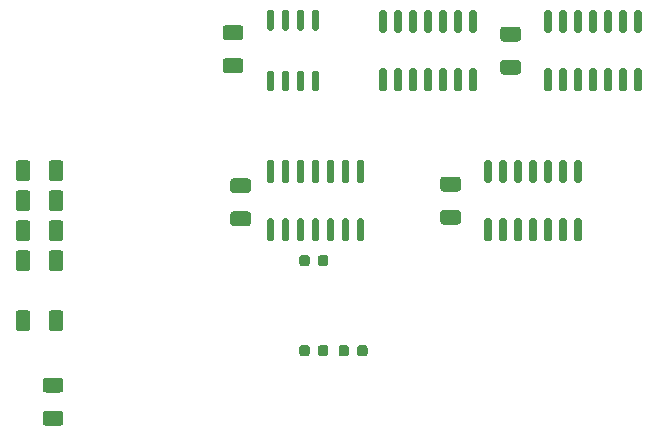
<source format=gtp>
G04 #@! TF.GenerationSoftware,KiCad,Pcbnew,(5.1.6)-1*
G04 #@! TF.CreationDate,2020-07-15T23:06:39+09:00*
G04 #@! TF.ProjectId,fdshield,66647368-6965-46c6-942e-6b696361645f,rev?*
G04 #@! TF.SameCoordinates,Original*
G04 #@! TF.FileFunction,Paste,Top*
G04 #@! TF.FilePolarity,Positive*
%FSLAX46Y46*%
G04 Gerber Fmt 4.6, Leading zero omitted, Abs format (unit mm)*
G04 Created by KiCad (PCBNEW (5.1.6)-1) date 2020-07-15 23:06:39*
%MOMM*%
%LPD*%
G01*
G04 APERTURE LIST*
G04 APERTURE END LIST*
G04 #@! TO.C,C1*
G36*
G01*
X135138000Y-92720000D02*
X136388000Y-92720000D01*
G75*
G02*
X136638000Y-92970000I0J-250000D01*
G01*
X136638000Y-93720000D01*
G75*
G02*
X136388000Y-93970000I-250000J0D01*
G01*
X135138000Y-93970000D01*
G75*
G02*
X134888000Y-93720000I0J250000D01*
G01*
X134888000Y-92970000D01*
G75*
G02*
X135138000Y-92720000I250000J0D01*
G01*
G37*
G36*
G01*
X135138000Y-89920000D02*
X136388000Y-89920000D01*
G75*
G02*
X136638000Y-90170000I0J-250000D01*
G01*
X136638000Y-90920000D01*
G75*
G02*
X136388000Y-91170000I-250000J0D01*
G01*
X135138000Y-91170000D01*
G75*
G02*
X134888000Y-90920000I0J250000D01*
G01*
X134888000Y-90170000D01*
G75*
G02*
X135138000Y-89920000I250000J0D01*
G01*
G37*
G04 #@! TD*
G04 #@! TO.C,R7*
G36*
G01*
X142245500Y-109598750D02*
X142245500Y-110111250D01*
G75*
G02*
X142026750Y-110330000I-218750J0D01*
G01*
X141589250Y-110330000D01*
G75*
G02*
X141370500Y-110111250I0J218750D01*
G01*
X141370500Y-109598750D01*
G75*
G02*
X141589250Y-109380000I218750J0D01*
G01*
X142026750Y-109380000D01*
G75*
G02*
X142245500Y-109598750I0J-218750D01*
G01*
G37*
G36*
G01*
X143820500Y-109598750D02*
X143820500Y-110111250D01*
G75*
G02*
X143601750Y-110330000I-218750J0D01*
G01*
X143164250Y-110330000D01*
G75*
G02*
X142945500Y-110111250I0J218750D01*
G01*
X142945500Y-109598750D01*
G75*
G02*
X143164250Y-109380000I218750J0D01*
G01*
X143601750Y-109380000D01*
G75*
G02*
X143820500Y-109598750I0J-218750D01*
G01*
G37*
G04 #@! TD*
G04 #@! TO.C,C6*
G36*
G01*
X145573000Y-117218750D02*
X145573000Y-117731250D01*
G75*
G02*
X145354250Y-117950000I-218750J0D01*
G01*
X144916750Y-117950000D01*
G75*
G02*
X144698000Y-117731250I0J218750D01*
G01*
X144698000Y-117218750D01*
G75*
G02*
X144916750Y-117000000I218750J0D01*
G01*
X145354250Y-117000000D01*
G75*
G02*
X145573000Y-117218750I0J-218750D01*
G01*
G37*
G36*
G01*
X147148000Y-117218750D02*
X147148000Y-117731250D01*
G75*
G02*
X146929250Y-117950000I-218750J0D01*
G01*
X146491750Y-117950000D01*
G75*
G02*
X146273000Y-117731250I0J218750D01*
G01*
X146273000Y-117218750D01*
G75*
G02*
X146491750Y-117000000I218750J0D01*
G01*
X146929250Y-117000000D01*
G75*
G02*
X147148000Y-117218750I0J-218750D01*
G01*
G37*
G04 #@! TD*
G04 #@! TO.C,C5*
G36*
G01*
X142945500Y-117731250D02*
X142945500Y-117218750D01*
G75*
G02*
X143164250Y-117000000I218750J0D01*
G01*
X143601750Y-117000000D01*
G75*
G02*
X143820500Y-117218750I0J-218750D01*
G01*
X143820500Y-117731250D01*
G75*
G02*
X143601750Y-117950000I-218750J0D01*
G01*
X143164250Y-117950000D01*
G75*
G02*
X142945500Y-117731250I0J218750D01*
G01*
G37*
G36*
G01*
X141370500Y-117731250D02*
X141370500Y-117218750D01*
G75*
G02*
X141589250Y-117000000I218750J0D01*
G01*
X142026750Y-117000000D01*
G75*
G02*
X142245500Y-117218750I0J-218750D01*
G01*
X142245500Y-117731250D01*
G75*
G02*
X142026750Y-117950000I-218750J0D01*
G01*
X141589250Y-117950000D01*
G75*
G02*
X141370500Y-117731250I0J218750D01*
G01*
G37*
G04 #@! TD*
G04 #@! TO.C,U6*
G36*
G01*
X139088000Y-103275000D02*
X138788000Y-103275000D01*
G75*
G02*
X138638000Y-103125000I0J150000D01*
G01*
X138638000Y-101475000D01*
G75*
G02*
X138788000Y-101325000I150000J0D01*
G01*
X139088000Y-101325000D01*
G75*
G02*
X139238000Y-101475000I0J-150000D01*
G01*
X139238000Y-103125000D01*
G75*
G02*
X139088000Y-103275000I-150000J0D01*
G01*
G37*
G36*
G01*
X140358000Y-103275000D02*
X140058000Y-103275000D01*
G75*
G02*
X139908000Y-103125000I0J150000D01*
G01*
X139908000Y-101475000D01*
G75*
G02*
X140058000Y-101325000I150000J0D01*
G01*
X140358000Y-101325000D01*
G75*
G02*
X140508000Y-101475000I0J-150000D01*
G01*
X140508000Y-103125000D01*
G75*
G02*
X140358000Y-103275000I-150000J0D01*
G01*
G37*
G36*
G01*
X141628000Y-103275000D02*
X141328000Y-103275000D01*
G75*
G02*
X141178000Y-103125000I0J150000D01*
G01*
X141178000Y-101475000D01*
G75*
G02*
X141328000Y-101325000I150000J0D01*
G01*
X141628000Y-101325000D01*
G75*
G02*
X141778000Y-101475000I0J-150000D01*
G01*
X141778000Y-103125000D01*
G75*
G02*
X141628000Y-103275000I-150000J0D01*
G01*
G37*
G36*
G01*
X142898000Y-103275000D02*
X142598000Y-103275000D01*
G75*
G02*
X142448000Y-103125000I0J150000D01*
G01*
X142448000Y-101475000D01*
G75*
G02*
X142598000Y-101325000I150000J0D01*
G01*
X142898000Y-101325000D01*
G75*
G02*
X143048000Y-101475000I0J-150000D01*
G01*
X143048000Y-103125000D01*
G75*
G02*
X142898000Y-103275000I-150000J0D01*
G01*
G37*
G36*
G01*
X144168000Y-103275000D02*
X143868000Y-103275000D01*
G75*
G02*
X143718000Y-103125000I0J150000D01*
G01*
X143718000Y-101475000D01*
G75*
G02*
X143868000Y-101325000I150000J0D01*
G01*
X144168000Y-101325000D01*
G75*
G02*
X144318000Y-101475000I0J-150000D01*
G01*
X144318000Y-103125000D01*
G75*
G02*
X144168000Y-103275000I-150000J0D01*
G01*
G37*
G36*
G01*
X145438000Y-103275000D02*
X145138000Y-103275000D01*
G75*
G02*
X144988000Y-103125000I0J150000D01*
G01*
X144988000Y-101475000D01*
G75*
G02*
X145138000Y-101325000I150000J0D01*
G01*
X145438000Y-101325000D01*
G75*
G02*
X145588000Y-101475000I0J-150000D01*
G01*
X145588000Y-103125000D01*
G75*
G02*
X145438000Y-103275000I-150000J0D01*
G01*
G37*
G36*
G01*
X146708000Y-103275000D02*
X146408000Y-103275000D01*
G75*
G02*
X146258000Y-103125000I0J150000D01*
G01*
X146258000Y-101475000D01*
G75*
G02*
X146408000Y-101325000I150000J0D01*
G01*
X146708000Y-101325000D01*
G75*
G02*
X146858000Y-101475000I0J-150000D01*
G01*
X146858000Y-103125000D01*
G75*
G02*
X146708000Y-103275000I-150000J0D01*
G01*
G37*
G36*
G01*
X146708000Y-108225000D02*
X146408000Y-108225000D01*
G75*
G02*
X146258000Y-108075000I0J150000D01*
G01*
X146258000Y-106425000D01*
G75*
G02*
X146408000Y-106275000I150000J0D01*
G01*
X146708000Y-106275000D01*
G75*
G02*
X146858000Y-106425000I0J-150000D01*
G01*
X146858000Y-108075000D01*
G75*
G02*
X146708000Y-108225000I-150000J0D01*
G01*
G37*
G36*
G01*
X145438000Y-108225000D02*
X145138000Y-108225000D01*
G75*
G02*
X144988000Y-108075000I0J150000D01*
G01*
X144988000Y-106425000D01*
G75*
G02*
X145138000Y-106275000I150000J0D01*
G01*
X145438000Y-106275000D01*
G75*
G02*
X145588000Y-106425000I0J-150000D01*
G01*
X145588000Y-108075000D01*
G75*
G02*
X145438000Y-108225000I-150000J0D01*
G01*
G37*
G36*
G01*
X144168000Y-108225000D02*
X143868000Y-108225000D01*
G75*
G02*
X143718000Y-108075000I0J150000D01*
G01*
X143718000Y-106425000D01*
G75*
G02*
X143868000Y-106275000I150000J0D01*
G01*
X144168000Y-106275000D01*
G75*
G02*
X144318000Y-106425000I0J-150000D01*
G01*
X144318000Y-108075000D01*
G75*
G02*
X144168000Y-108225000I-150000J0D01*
G01*
G37*
G36*
G01*
X142898000Y-108225000D02*
X142598000Y-108225000D01*
G75*
G02*
X142448000Y-108075000I0J150000D01*
G01*
X142448000Y-106425000D01*
G75*
G02*
X142598000Y-106275000I150000J0D01*
G01*
X142898000Y-106275000D01*
G75*
G02*
X143048000Y-106425000I0J-150000D01*
G01*
X143048000Y-108075000D01*
G75*
G02*
X142898000Y-108225000I-150000J0D01*
G01*
G37*
G36*
G01*
X141628000Y-108225000D02*
X141328000Y-108225000D01*
G75*
G02*
X141178000Y-108075000I0J150000D01*
G01*
X141178000Y-106425000D01*
G75*
G02*
X141328000Y-106275000I150000J0D01*
G01*
X141628000Y-106275000D01*
G75*
G02*
X141778000Y-106425000I0J-150000D01*
G01*
X141778000Y-108075000D01*
G75*
G02*
X141628000Y-108225000I-150000J0D01*
G01*
G37*
G36*
G01*
X140358000Y-108225000D02*
X140058000Y-108225000D01*
G75*
G02*
X139908000Y-108075000I0J150000D01*
G01*
X139908000Y-106425000D01*
G75*
G02*
X140058000Y-106275000I150000J0D01*
G01*
X140358000Y-106275000D01*
G75*
G02*
X140508000Y-106425000I0J-150000D01*
G01*
X140508000Y-108075000D01*
G75*
G02*
X140358000Y-108225000I-150000J0D01*
G01*
G37*
G36*
G01*
X139088000Y-108225000D02*
X138788000Y-108225000D01*
G75*
G02*
X138638000Y-108075000I0J150000D01*
G01*
X138638000Y-106425000D01*
G75*
G02*
X138788000Y-106275000I150000J0D01*
G01*
X139088000Y-106275000D01*
G75*
G02*
X139238000Y-106425000I0J-150000D01*
G01*
X139238000Y-108075000D01*
G75*
G02*
X139088000Y-108225000I-150000J0D01*
G01*
G37*
G04 #@! TD*
G04 #@! TO.C,C3*
G36*
G01*
X135773000Y-105680000D02*
X137023000Y-105680000D01*
G75*
G02*
X137273000Y-105930000I0J-250000D01*
G01*
X137273000Y-106680000D01*
G75*
G02*
X137023000Y-106930000I-250000J0D01*
G01*
X135773000Y-106930000D01*
G75*
G02*
X135523000Y-106680000I0J250000D01*
G01*
X135523000Y-105930000D01*
G75*
G02*
X135773000Y-105680000I250000J0D01*
G01*
G37*
G36*
G01*
X135773000Y-102880000D02*
X137023000Y-102880000D01*
G75*
G02*
X137273000Y-103130000I0J-250000D01*
G01*
X137273000Y-103880000D01*
G75*
G02*
X137023000Y-104130000I-250000J0D01*
G01*
X135773000Y-104130000D01*
G75*
G02*
X135523000Y-103880000I0J250000D01*
G01*
X135523000Y-103130000D01*
G75*
G02*
X135773000Y-102880000I250000J0D01*
G01*
G37*
G04 #@! TD*
G04 #@! TO.C,U1*
G36*
G01*
X157503000Y-103275000D02*
X157203000Y-103275000D01*
G75*
G02*
X157053000Y-103125000I0J150000D01*
G01*
X157053000Y-101475000D01*
G75*
G02*
X157203000Y-101325000I150000J0D01*
G01*
X157503000Y-101325000D01*
G75*
G02*
X157653000Y-101475000I0J-150000D01*
G01*
X157653000Y-103125000D01*
G75*
G02*
X157503000Y-103275000I-150000J0D01*
G01*
G37*
G36*
G01*
X158773000Y-103275000D02*
X158473000Y-103275000D01*
G75*
G02*
X158323000Y-103125000I0J150000D01*
G01*
X158323000Y-101475000D01*
G75*
G02*
X158473000Y-101325000I150000J0D01*
G01*
X158773000Y-101325000D01*
G75*
G02*
X158923000Y-101475000I0J-150000D01*
G01*
X158923000Y-103125000D01*
G75*
G02*
X158773000Y-103275000I-150000J0D01*
G01*
G37*
G36*
G01*
X160043000Y-103275000D02*
X159743000Y-103275000D01*
G75*
G02*
X159593000Y-103125000I0J150000D01*
G01*
X159593000Y-101475000D01*
G75*
G02*
X159743000Y-101325000I150000J0D01*
G01*
X160043000Y-101325000D01*
G75*
G02*
X160193000Y-101475000I0J-150000D01*
G01*
X160193000Y-103125000D01*
G75*
G02*
X160043000Y-103275000I-150000J0D01*
G01*
G37*
G36*
G01*
X161313000Y-103275000D02*
X161013000Y-103275000D01*
G75*
G02*
X160863000Y-103125000I0J150000D01*
G01*
X160863000Y-101475000D01*
G75*
G02*
X161013000Y-101325000I150000J0D01*
G01*
X161313000Y-101325000D01*
G75*
G02*
X161463000Y-101475000I0J-150000D01*
G01*
X161463000Y-103125000D01*
G75*
G02*
X161313000Y-103275000I-150000J0D01*
G01*
G37*
G36*
G01*
X162583000Y-103275000D02*
X162283000Y-103275000D01*
G75*
G02*
X162133000Y-103125000I0J150000D01*
G01*
X162133000Y-101475000D01*
G75*
G02*
X162283000Y-101325000I150000J0D01*
G01*
X162583000Y-101325000D01*
G75*
G02*
X162733000Y-101475000I0J-150000D01*
G01*
X162733000Y-103125000D01*
G75*
G02*
X162583000Y-103275000I-150000J0D01*
G01*
G37*
G36*
G01*
X163853000Y-103275000D02*
X163553000Y-103275000D01*
G75*
G02*
X163403000Y-103125000I0J150000D01*
G01*
X163403000Y-101475000D01*
G75*
G02*
X163553000Y-101325000I150000J0D01*
G01*
X163853000Y-101325000D01*
G75*
G02*
X164003000Y-101475000I0J-150000D01*
G01*
X164003000Y-103125000D01*
G75*
G02*
X163853000Y-103275000I-150000J0D01*
G01*
G37*
G36*
G01*
X165123000Y-103275000D02*
X164823000Y-103275000D01*
G75*
G02*
X164673000Y-103125000I0J150000D01*
G01*
X164673000Y-101475000D01*
G75*
G02*
X164823000Y-101325000I150000J0D01*
G01*
X165123000Y-101325000D01*
G75*
G02*
X165273000Y-101475000I0J-150000D01*
G01*
X165273000Y-103125000D01*
G75*
G02*
X165123000Y-103275000I-150000J0D01*
G01*
G37*
G36*
G01*
X165123000Y-108225000D02*
X164823000Y-108225000D01*
G75*
G02*
X164673000Y-108075000I0J150000D01*
G01*
X164673000Y-106425000D01*
G75*
G02*
X164823000Y-106275000I150000J0D01*
G01*
X165123000Y-106275000D01*
G75*
G02*
X165273000Y-106425000I0J-150000D01*
G01*
X165273000Y-108075000D01*
G75*
G02*
X165123000Y-108225000I-150000J0D01*
G01*
G37*
G36*
G01*
X163853000Y-108225000D02*
X163553000Y-108225000D01*
G75*
G02*
X163403000Y-108075000I0J150000D01*
G01*
X163403000Y-106425000D01*
G75*
G02*
X163553000Y-106275000I150000J0D01*
G01*
X163853000Y-106275000D01*
G75*
G02*
X164003000Y-106425000I0J-150000D01*
G01*
X164003000Y-108075000D01*
G75*
G02*
X163853000Y-108225000I-150000J0D01*
G01*
G37*
G36*
G01*
X162583000Y-108225000D02*
X162283000Y-108225000D01*
G75*
G02*
X162133000Y-108075000I0J150000D01*
G01*
X162133000Y-106425000D01*
G75*
G02*
X162283000Y-106275000I150000J0D01*
G01*
X162583000Y-106275000D01*
G75*
G02*
X162733000Y-106425000I0J-150000D01*
G01*
X162733000Y-108075000D01*
G75*
G02*
X162583000Y-108225000I-150000J0D01*
G01*
G37*
G36*
G01*
X161313000Y-108225000D02*
X161013000Y-108225000D01*
G75*
G02*
X160863000Y-108075000I0J150000D01*
G01*
X160863000Y-106425000D01*
G75*
G02*
X161013000Y-106275000I150000J0D01*
G01*
X161313000Y-106275000D01*
G75*
G02*
X161463000Y-106425000I0J-150000D01*
G01*
X161463000Y-108075000D01*
G75*
G02*
X161313000Y-108225000I-150000J0D01*
G01*
G37*
G36*
G01*
X160043000Y-108225000D02*
X159743000Y-108225000D01*
G75*
G02*
X159593000Y-108075000I0J150000D01*
G01*
X159593000Y-106425000D01*
G75*
G02*
X159743000Y-106275000I150000J0D01*
G01*
X160043000Y-106275000D01*
G75*
G02*
X160193000Y-106425000I0J-150000D01*
G01*
X160193000Y-108075000D01*
G75*
G02*
X160043000Y-108225000I-150000J0D01*
G01*
G37*
G36*
G01*
X158773000Y-108225000D02*
X158473000Y-108225000D01*
G75*
G02*
X158323000Y-108075000I0J150000D01*
G01*
X158323000Y-106425000D01*
G75*
G02*
X158473000Y-106275000I150000J0D01*
G01*
X158773000Y-106275000D01*
G75*
G02*
X158923000Y-106425000I0J-150000D01*
G01*
X158923000Y-108075000D01*
G75*
G02*
X158773000Y-108225000I-150000J0D01*
G01*
G37*
G36*
G01*
X157503000Y-108225000D02*
X157203000Y-108225000D01*
G75*
G02*
X157053000Y-108075000I0J150000D01*
G01*
X157053000Y-106425000D01*
G75*
G02*
X157203000Y-106275000I150000J0D01*
G01*
X157503000Y-106275000D01*
G75*
G02*
X157653000Y-106425000I0J-150000D01*
G01*
X157653000Y-108075000D01*
G75*
G02*
X157503000Y-108225000I-150000J0D01*
G01*
G37*
G04 #@! TD*
G04 #@! TO.C,C4*
G36*
G01*
X153553000Y-105550000D02*
X154803000Y-105550000D01*
G75*
G02*
X155053000Y-105800000I0J-250000D01*
G01*
X155053000Y-106550000D01*
G75*
G02*
X154803000Y-106800000I-250000J0D01*
G01*
X153553000Y-106800000D01*
G75*
G02*
X153303000Y-106550000I0J250000D01*
G01*
X153303000Y-105800000D01*
G75*
G02*
X153553000Y-105550000I250000J0D01*
G01*
G37*
G36*
G01*
X153553000Y-102750000D02*
X154803000Y-102750000D01*
G75*
G02*
X155053000Y-103000000I0J-250000D01*
G01*
X155053000Y-103750000D01*
G75*
G02*
X154803000Y-104000000I-250000J0D01*
G01*
X153553000Y-104000000D01*
G75*
G02*
X153303000Y-103750000I0J250000D01*
G01*
X153303000Y-103000000D01*
G75*
G02*
X153553000Y-102750000I250000J0D01*
G01*
G37*
G04 #@! TD*
G04 #@! TO.C,C2*
G36*
G01*
X158633000Y-92850000D02*
X159883000Y-92850000D01*
G75*
G02*
X160133000Y-93100000I0J-250000D01*
G01*
X160133000Y-93850000D01*
G75*
G02*
X159883000Y-94100000I-250000J0D01*
G01*
X158633000Y-94100000D01*
G75*
G02*
X158383000Y-93850000I0J250000D01*
G01*
X158383000Y-93100000D01*
G75*
G02*
X158633000Y-92850000I250000J0D01*
G01*
G37*
G36*
G01*
X158633000Y-90050000D02*
X159883000Y-90050000D01*
G75*
G02*
X160133000Y-90300000I0J-250000D01*
G01*
X160133000Y-91050000D01*
G75*
G02*
X159883000Y-91300000I-250000J0D01*
G01*
X158633000Y-91300000D01*
G75*
G02*
X158383000Y-91050000I0J250000D01*
G01*
X158383000Y-90300000D01*
G75*
G02*
X158633000Y-90050000I250000J0D01*
G01*
G37*
G04 #@! TD*
G04 #@! TO.C,U4*
G36*
G01*
X148613000Y-90575000D02*
X148313000Y-90575000D01*
G75*
G02*
X148163000Y-90425000I0J150000D01*
G01*
X148163000Y-88775000D01*
G75*
G02*
X148313000Y-88625000I150000J0D01*
G01*
X148613000Y-88625000D01*
G75*
G02*
X148763000Y-88775000I0J-150000D01*
G01*
X148763000Y-90425000D01*
G75*
G02*
X148613000Y-90575000I-150000J0D01*
G01*
G37*
G36*
G01*
X149883000Y-90575000D02*
X149583000Y-90575000D01*
G75*
G02*
X149433000Y-90425000I0J150000D01*
G01*
X149433000Y-88775000D01*
G75*
G02*
X149583000Y-88625000I150000J0D01*
G01*
X149883000Y-88625000D01*
G75*
G02*
X150033000Y-88775000I0J-150000D01*
G01*
X150033000Y-90425000D01*
G75*
G02*
X149883000Y-90575000I-150000J0D01*
G01*
G37*
G36*
G01*
X151153000Y-90575000D02*
X150853000Y-90575000D01*
G75*
G02*
X150703000Y-90425000I0J150000D01*
G01*
X150703000Y-88775000D01*
G75*
G02*
X150853000Y-88625000I150000J0D01*
G01*
X151153000Y-88625000D01*
G75*
G02*
X151303000Y-88775000I0J-150000D01*
G01*
X151303000Y-90425000D01*
G75*
G02*
X151153000Y-90575000I-150000J0D01*
G01*
G37*
G36*
G01*
X152423000Y-90575000D02*
X152123000Y-90575000D01*
G75*
G02*
X151973000Y-90425000I0J150000D01*
G01*
X151973000Y-88775000D01*
G75*
G02*
X152123000Y-88625000I150000J0D01*
G01*
X152423000Y-88625000D01*
G75*
G02*
X152573000Y-88775000I0J-150000D01*
G01*
X152573000Y-90425000D01*
G75*
G02*
X152423000Y-90575000I-150000J0D01*
G01*
G37*
G36*
G01*
X153693000Y-90575000D02*
X153393000Y-90575000D01*
G75*
G02*
X153243000Y-90425000I0J150000D01*
G01*
X153243000Y-88775000D01*
G75*
G02*
X153393000Y-88625000I150000J0D01*
G01*
X153693000Y-88625000D01*
G75*
G02*
X153843000Y-88775000I0J-150000D01*
G01*
X153843000Y-90425000D01*
G75*
G02*
X153693000Y-90575000I-150000J0D01*
G01*
G37*
G36*
G01*
X154963000Y-90575000D02*
X154663000Y-90575000D01*
G75*
G02*
X154513000Y-90425000I0J150000D01*
G01*
X154513000Y-88775000D01*
G75*
G02*
X154663000Y-88625000I150000J0D01*
G01*
X154963000Y-88625000D01*
G75*
G02*
X155113000Y-88775000I0J-150000D01*
G01*
X155113000Y-90425000D01*
G75*
G02*
X154963000Y-90575000I-150000J0D01*
G01*
G37*
G36*
G01*
X156233000Y-90575000D02*
X155933000Y-90575000D01*
G75*
G02*
X155783000Y-90425000I0J150000D01*
G01*
X155783000Y-88775000D01*
G75*
G02*
X155933000Y-88625000I150000J0D01*
G01*
X156233000Y-88625000D01*
G75*
G02*
X156383000Y-88775000I0J-150000D01*
G01*
X156383000Y-90425000D01*
G75*
G02*
X156233000Y-90575000I-150000J0D01*
G01*
G37*
G36*
G01*
X156233000Y-95525000D02*
X155933000Y-95525000D01*
G75*
G02*
X155783000Y-95375000I0J150000D01*
G01*
X155783000Y-93725000D01*
G75*
G02*
X155933000Y-93575000I150000J0D01*
G01*
X156233000Y-93575000D01*
G75*
G02*
X156383000Y-93725000I0J-150000D01*
G01*
X156383000Y-95375000D01*
G75*
G02*
X156233000Y-95525000I-150000J0D01*
G01*
G37*
G36*
G01*
X154963000Y-95525000D02*
X154663000Y-95525000D01*
G75*
G02*
X154513000Y-95375000I0J150000D01*
G01*
X154513000Y-93725000D01*
G75*
G02*
X154663000Y-93575000I150000J0D01*
G01*
X154963000Y-93575000D01*
G75*
G02*
X155113000Y-93725000I0J-150000D01*
G01*
X155113000Y-95375000D01*
G75*
G02*
X154963000Y-95525000I-150000J0D01*
G01*
G37*
G36*
G01*
X153693000Y-95525000D02*
X153393000Y-95525000D01*
G75*
G02*
X153243000Y-95375000I0J150000D01*
G01*
X153243000Y-93725000D01*
G75*
G02*
X153393000Y-93575000I150000J0D01*
G01*
X153693000Y-93575000D01*
G75*
G02*
X153843000Y-93725000I0J-150000D01*
G01*
X153843000Y-95375000D01*
G75*
G02*
X153693000Y-95525000I-150000J0D01*
G01*
G37*
G36*
G01*
X152423000Y-95525000D02*
X152123000Y-95525000D01*
G75*
G02*
X151973000Y-95375000I0J150000D01*
G01*
X151973000Y-93725000D01*
G75*
G02*
X152123000Y-93575000I150000J0D01*
G01*
X152423000Y-93575000D01*
G75*
G02*
X152573000Y-93725000I0J-150000D01*
G01*
X152573000Y-95375000D01*
G75*
G02*
X152423000Y-95525000I-150000J0D01*
G01*
G37*
G36*
G01*
X151153000Y-95525000D02*
X150853000Y-95525000D01*
G75*
G02*
X150703000Y-95375000I0J150000D01*
G01*
X150703000Y-93725000D01*
G75*
G02*
X150853000Y-93575000I150000J0D01*
G01*
X151153000Y-93575000D01*
G75*
G02*
X151303000Y-93725000I0J-150000D01*
G01*
X151303000Y-95375000D01*
G75*
G02*
X151153000Y-95525000I-150000J0D01*
G01*
G37*
G36*
G01*
X149883000Y-95525000D02*
X149583000Y-95525000D01*
G75*
G02*
X149433000Y-95375000I0J150000D01*
G01*
X149433000Y-93725000D01*
G75*
G02*
X149583000Y-93575000I150000J0D01*
G01*
X149883000Y-93575000D01*
G75*
G02*
X150033000Y-93725000I0J-150000D01*
G01*
X150033000Y-95375000D01*
G75*
G02*
X149883000Y-95525000I-150000J0D01*
G01*
G37*
G36*
G01*
X148613000Y-95525000D02*
X148313000Y-95525000D01*
G75*
G02*
X148163000Y-95375000I0J150000D01*
G01*
X148163000Y-93725000D01*
G75*
G02*
X148313000Y-93575000I150000J0D01*
G01*
X148613000Y-93575000D01*
G75*
G02*
X148763000Y-93725000I0J-150000D01*
G01*
X148763000Y-95375000D01*
G75*
G02*
X148613000Y-95525000I-150000J0D01*
G01*
G37*
G04 #@! TD*
G04 #@! TO.C,U3*
G36*
G01*
X162583000Y-90575000D02*
X162283000Y-90575000D01*
G75*
G02*
X162133000Y-90425000I0J150000D01*
G01*
X162133000Y-88775000D01*
G75*
G02*
X162283000Y-88625000I150000J0D01*
G01*
X162583000Y-88625000D01*
G75*
G02*
X162733000Y-88775000I0J-150000D01*
G01*
X162733000Y-90425000D01*
G75*
G02*
X162583000Y-90575000I-150000J0D01*
G01*
G37*
G36*
G01*
X163853000Y-90575000D02*
X163553000Y-90575000D01*
G75*
G02*
X163403000Y-90425000I0J150000D01*
G01*
X163403000Y-88775000D01*
G75*
G02*
X163553000Y-88625000I150000J0D01*
G01*
X163853000Y-88625000D01*
G75*
G02*
X164003000Y-88775000I0J-150000D01*
G01*
X164003000Y-90425000D01*
G75*
G02*
X163853000Y-90575000I-150000J0D01*
G01*
G37*
G36*
G01*
X165123000Y-90575000D02*
X164823000Y-90575000D01*
G75*
G02*
X164673000Y-90425000I0J150000D01*
G01*
X164673000Y-88775000D01*
G75*
G02*
X164823000Y-88625000I150000J0D01*
G01*
X165123000Y-88625000D01*
G75*
G02*
X165273000Y-88775000I0J-150000D01*
G01*
X165273000Y-90425000D01*
G75*
G02*
X165123000Y-90575000I-150000J0D01*
G01*
G37*
G36*
G01*
X166393000Y-90575000D02*
X166093000Y-90575000D01*
G75*
G02*
X165943000Y-90425000I0J150000D01*
G01*
X165943000Y-88775000D01*
G75*
G02*
X166093000Y-88625000I150000J0D01*
G01*
X166393000Y-88625000D01*
G75*
G02*
X166543000Y-88775000I0J-150000D01*
G01*
X166543000Y-90425000D01*
G75*
G02*
X166393000Y-90575000I-150000J0D01*
G01*
G37*
G36*
G01*
X167663000Y-90575000D02*
X167363000Y-90575000D01*
G75*
G02*
X167213000Y-90425000I0J150000D01*
G01*
X167213000Y-88775000D01*
G75*
G02*
X167363000Y-88625000I150000J0D01*
G01*
X167663000Y-88625000D01*
G75*
G02*
X167813000Y-88775000I0J-150000D01*
G01*
X167813000Y-90425000D01*
G75*
G02*
X167663000Y-90575000I-150000J0D01*
G01*
G37*
G36*
G01*
X168933000Y-90575000D02*
X168633000Y-90575000D01*
G75*
G02*
X168483000Y-90425000I0J150000D01*
G01*
X168483000Y-88775000D01*
G75*
G02*
X168633000Y-88625000I150000J0D01*
G01*
X168933000Y-88625000D01*
G75*
G02*
X169083000Y-88775000I0J-150000D01*
G01*
X169083000Y-90425000D01*
G75*
G02*
X168933000Y-90575000I-150000J0D01*
G01*
G37*
G36*
G01*
X170203000Y-90575000D02*
X169903000Y-90575000D01*
G75*
G02*
X169753000Y-90425000I0J150000D01*
G01*
X169753000Y-88775000D01*
G75*
G02*
X169903000Y-88625000I150000J0D01*
G01*
X170203000Y-88625000D01*
G75*
G02*
X170353000Y-88775000I0J-150000D01*
G01*
X170353000Y-90425000D01*
G75*
G02*
X170203000Y-90575000I-150000J0D01*
G01*
G37*
G36*
G01*
X170203000Y-95525000D02*
X169903000Y-95525000D01*
G75*
G02*
X169753000Y-95375000I0J150000D01*
G01*
X169753000Y-93725000D01*
G75*
G02*
X169903000Y-93575000I150000J0D01*
G01*
X170203000Y-93575000D01*
G75*
G02*
X170353000Y-93725000I0J-150000D01*
G01*
X170353000Y-95375000D01*
G75*
G02*
X170203000Y-95525000I-150000J0D01*
G01*
G37*
G36*
G01*
X168933000Y-95525000D02*
X168633000Y-95525000D01*
G75*
G02*
X168483000Y-95375000I0J150000D01*
G01*
X168483000Y-93725000D01*
G75*
G02*
X168633000Y-93575000I150000J0D01*
G01*
X168933000Y-93575000D01*
G75*
G02*
X169083000Y-93725000I0J-150000D01*
G01*
X169083000Y-95375000D01*
G75*
G02*
X168933000Y-95525000I-150000J0D01*
G01*
G37*
G36*
G01*
X167663000Y-95525000D02*
X167363000Y-95525000D01*
G75*
G02*
X167213000Y-95375000I0J150000D01*
G01*
X167213000Y-93725000D01*
G75*
G02*
X167363000Y-93575000I150000J0D01*
G01*
X167663000Y-93575000D01*
G75*
G02*
X167813000Y-93725000I0J-150000D01*
G01*
X167813000Y-95375000D01*
G75*
G02*
X167663000Y-95525000I-150000J0D01*
G01*
G37*
G36*
G01*
X166393000Y-95525000D02*
X166093000Y-95525000D01*
G75*
G02*
X165943000Y-95375000I0J150000D01*
G01*
X165943000Y-93725000D01*
G75*
G02*
X166093000Y-93575000I150000J0D01*
G01*
X166393000Y-93575000D01*
G75*
G02*
X166543000Y-93725000I0J-150000D01*
G01*
X166543000Y-95375000D01*
G75*
G02*
X166393000Y-95525000I-150000J0D01*
G01*
G37*
G36*
G01*
X165123000Y-95525000D02*
X164823000Y-95525000D01*
G75*
G02*
X164673000Y-95375000I0J150000D01*
G01*
X164673000Y-93725000D01*
G75*
G02*
X164823000Y-93575000I150000J0D01*
G01*
X165123000Y-93575000D01*
G75*
G02*
X165273000Y-93725000I0J-150000D01*
G01*
X165273000Y-95375000D01*
G75*
G02*
X165123000Y-95525000I-150000J0D01*
G01*
G37*
G36*
G01*
X163853000Y-95525000D02*
X163553000Y-95525000D01*
G75*
G02*
X163403000Y-95375000I0J150000D01*
G01*
X163403000Y-93725000D01*
G75*
G02*
X163553000Y-93575000I150000J0D01*
G01*
X163853000Y-93575000D01*
G75*
G02*
X164003000Y-93725000I0J-150000D01*
G01*
X164003000Y-95375000D01*
G75*
G02*
X163853000Y-95525000I-150000J0D01*
G01*
G37*
G36*
G01*
X162583000Y-95525000D02*
X162283000Y-95525000D01*
G75*
G02*
X162133000Y-95375000I0J150000D01*
G01*
X162133000Y-93725000D01*
G75*
G02*
X162283000Y-93575000I150000J0D01*
G01*
X162583000Y-93575000D01*
G75*
G02*
X162733000Y-93725000I0J-150000D01*
G01*
X162733000Y-95375000D01*
G75*
G02*
X162583000Y-95525000I-150000J0D01*
G01*
G37*
G04 #@! TD*
G04 #@! TO.C,R6*
G36*
G01*
X121148000Y-121015000D02*
X119898000Y-121015000D01*
G75*
G02*
X119648000Y-120765000I0J250000D01*
G01*
X119648000Y-120015000D01*
G75*
G02*
X119898000Y-119765000I250000J0D01*
G01*
X121148000Y-119765000D01*
G75*
G02*
X121398000Y-120015000I0J-250000D01*
G01*
X121398000Y-120765000D01*
G75*
G02*
X121148000Y-121015000I-250000J0D01*
G01*
G37*
G36*
G01*
X121148000Y-123815000D02*
X119898000Y-123815000D01*
G75*
G02*
X119648000Y-123565000I0J250000D01*
G01*
X119648000Y-122815000D01*
G75*
G02*
X119898000Y-122565000I250000J0D01*
G01*
X121148000Y-122565000D01*
G75*
G02*
X121398000Y-122815000I0J-250000D01*
G01*
X121398000Y-123565000D01*
G75*
G02*
X121148000Y-123815000I-250000J0D01*
G01*
G37*
G04 #@! TD*
G04 #@! TO.C,R5*
G36*
G01*
X120158000Y-115560000D02*
X120158000Y-114310000D01*
G75*
G02*
X120408000Y-114060000I250000J0D01*
G01*
X121158000Y-114060000D01*
G75*
G02*
X121408000Y-114310000I0J-250000D01*
G01*
X121408000Y-115560000D01*
G75*
G02*
X121158000Y-115810000I-250000J0D01*
G01*
X120408000Y-115810000D01*
G75*
G02*
X120158000Y-115560000I0J250000D01*
G01*
G37*
G36*
G01*
X117358000Y-115560000D02*
X117358000Y-114310000D01*
G75*
G02*
X117608000Y-114060000I250000J0D01*
G01*
X118358000Y-114060000D01*
G75*
G02*
X118608000Y-114310000I0J-250000D01*
G01*
X118608000Y-115560000D01*
G75*
G02*
X118358000Y-115810000I-250000J0D01*
G01*
X117608000Y-115810000D01*
G75*
G02*
X117358000Y-115560000I0J250000D01*
G01*
G37*
G04 #@! TD*
G04 #@! TO.C,R4*
G36*
G01*
X120158000Y-110480000D02*
X120158000Y-109230000D01*
G75*
G02*
X120408000Y-108980000I250000J0D01*
G01*
X121158000Y-108980000D01*
G75*
G02*
X121408000Y-109230000I0J-250000D01*
G01*
X121408000Y-110480000D01*
G75*
G02*
X121158000Y-110730000I-250000J0D01*
G01*
X120408000Y-110730000D01*
G75*
G02*
X120158000Y-110480000I0J250000D01*
G01*
G37*
G36*
G01*
X117358000Y-110480000D02*
X117358000Y-109230000D01*
G75*
G02*
X117608000Y-108980000I250000J0D01*
G01*
X118358000Y-108980000D01*
G75*
G02*
X118608000Y-109230000I0J-250000D01*
G01*
X118608000Y-110480000D01*
G75*
G02*
X118358000Y-110730000I-250000J0D01*
G01*
X117608000Y-110730000D01*
G75*
G02*
X117358000Y-110480000I0J250000D01*
G01*
G37*
G04 #@! TD*
G04 #@! TO.C,R3*
G36*
G01*
X120158000Y-107940000D02*
X120158000Y-106690000D01*
G75*
G02*
X120408000Y-106440000I250000J0D01*
G01*
X121158000Y-106440000D01*
G75*
G02*
X121408000Y-106690000I0J-250000D01*
G01*
X121408000Y-107940000D01*
G75*
G02*
X121158000Y-108190000I-250000J0D01*
G01*
X120408000Y-108190000D01*
G75*
G02*
X120158000Y-107940000I0J250000D01*
G01*
G37*
G36*
G01*
X117358000Y-107940000D02*
X117358000Y-106690000D01*
G75*
G02*
X117608000Y-106440000I250000J0D01*
G01*
X118358000Y-106440000D01*
G75*
G02*
X118608000Y-106690000I0J-250000D01*
G01*
X118608000Y-107940000D01*
G75*
G02*
X118358000Y-108190000I-250000J0D01*
G01*
X117608000Y-108190000D01*
G75*
G02*
X117358000Y-107940000I0J250000D01*
G01*
G37*
G04 #@! TD*
G04 #@! TO.C,R2*
G36*
G01*
X120158000Y-105400000D02*
X120158000Y-104150000D01*
G75*
G02*
X120408000Y-103900000I250000J0D01*
G01*
X121158000Y-103900000D01*
G75*
G02*
X121408000Y-104150000I0J-250000D01*
G01*
X121408000Y-105400000D01*
G75*
G02*
X121158000Y-105650000I-250000J0D01*
G01*
X120408000Y-105650000D01*
G75*
G02*
X120158000Y-105400000I0J250000D01*
G01*
G37*
G36*
G01*
X117358000Y-105400000D02*
X117358000Y-104150000D01*
G75*
G02*
X117608000Y-103900000I250000J0D01*
G01*
X118358000Y-103900000D01*
G75*
G02*
X118608000Y-104150000I0J-250000D01*
G01*
X118608000Y-105400000D01*
G75*
G02*
X118358000Y-105650000I-250000J0D01*
G01*
X117608000Y-105650000D01*
G75*
G02*
X117358000Y-105400000I0J250000D01*
G01*
G37*
G04 #@! TD*
G04 #@! TO.C,R1*
G36*
G01*
X120158000Y-102860000D02*
X120158000Y-101610000D01*
G75*
G02*
X120408000Y-101360000I250000J0D01*
G01*
X121158000Y-101360000D01*
G75*
G02*
X121408000Y-101610000I0J-250000D01*
G01*
X121408000Y-102860000D01*
G75*
G02*
X121158000Y-103110000I-250000J0D01*
G01*
X120408000Y-103110000D01*
G75*
G02*
X120158000Y-102860000I0J250000D01*
G01*
G37*
G36*
G01*
X117358000Y-102860000D02*
X117358000Y-101610000D01*
G75*
G02*
X117608000Y-101360000I250000J0D01*
G01*
X118358000Y-101360000D01*
G75*
G02*
X118608000Y-101610000I0J-250000D01*
G01*
X118608000Y-102860000D01*
G75*
G02*
X118358000Y-103110000I-250000J0D01*
G01*
X117608000Y-103110000D01*
G75*
G02*
X117358000Y-102860000I0J250000D01*
G01*
G37*
G04 #@! TD*
G04 #@! TO.C,U5*
G36*
G01*
X139088000Y-90375000D02*
X138788000Y-90375000D01*
G75*
G02*
X138638000Y-90225000I0J150000D01*
G01*
X138638000Y-88775000D01*
G75*
G02*
X138788000Y-88625000I150000J0D01*
G01*
X139088000Y-88625000D01*
G75*
G02*
X139238000Y-88775000I0J-150000D01*
G01*
X139238000Y-90225000D01*
G75*
G02*
X139088000Y-90375000I-150000J0D01*
G01*
G37*
G36*
G01*
X140358000Y-90375000D02*
X140058000Y-90375000D01*
G75*
G02*
X139908000Y-90225000I0J150000D01*
G01*
X139908000Y-88775000D01*
G75*
G02*
X140058000Y-88625000I150000J0D01*
G01*
X140358000Y-88625000D01*
G75*
G02*
X140508000Y-88775000I0J-150000D01*
G01*
X140508000Y-90225000D01*
G75*
G02*
X140358000Y-90375000I-150000J0D01*
G01*
G37*
G36*
G01*
X141628000Y-90375000D02*
X141328000Y-90375000D01*
G75*
G02*
X141178000Y-90225000I0J150000D01*
G01*
X141178000Y-88775000D01*
G75*
G02*
X141328000Y-88625000I150000J0D01*
G01*
X141628000Y-88625000D01*
G75*
G02*
X141778000Y-88775000I0J-150000D01*
G01*
X141778000Y-90225000D01*
G75*
G02*
X141628000Y-90375000I-150000J0D01*
G01*
G37*
G36*
G01*
X142898000Y-90375000D02*
X142598000Y-90375000D01*
G75*
G02*
X142448000Y-90225000I0J150000D01*
G01*
X142448000Y-88775000D01*
G75*
G02*
X142598000Y-88625000I150000J0D01*
G01*
X142898000Y-88625000D01*
G75*
G02*
X143048000Y-88775000I0J-150000D01*
G01*
X143048000Y-90225000D01*
G75*
G02*
X142898000Y-90375000I-150000J0D01*
G01*
G37*
G36*
G01*
X142898000Y-95525000D02*
X142598000Y-95525000D01*
G75*
G02*
X142448000Y-95375000I0J150000D01*
G01*
X142448000Y-93925000D01*
G75*
G02*
X142598000Y-93775000I150000J0D01*
G01*
X142898000Y-93775000D01*
G75*
G02*
X143048000Y-93925000I0J-150000D01*
G01*
X143048000Y-95375000D01*
G75*
G02*
X142898000Y-95525000I-150000J0D01*
G01*
G37*
G36*
G01*
X141628000Y-95525000D02*
X141328000Y-95525000D01*
G75*
G02*
X141178000Y-95375000I0J150000D01*
G01*
X141178000Y-93925000D01*
G75*
G02*
X141328000Y-93775000I150000J0D01*
G01*
X141628000Y-93775000D01*
G75*
G02*
X141778000Y-93925000I0J-150000D01*
G01*
X141778000Y-95375000D01*
G75*
G02*
X141628000Y-95525000I-150000J0D01*
G01*
G37*
G36*
G01*
X140358000Y-95525000D02*
X140058000Y-95525000D01*
G75*
G02*
X139908000Y-95375000I0J150000D01*
G01*
X139908000Y-93925000D01*
G75*
G02*
X140058000Y-93775000I150000J0D01*
G01*
X140358000Y-93775000D01*
G75*
G02*
X140508000Y-93925000I0J-150000D01*
G01*
X140508000Y-95375000D01*
G75*
G02*
X140358000Y-95525000I-150000J0D01*
G01*
G37*
G36*
G01*
X139088000Y-95525000D02*
X138788000Y-95525000D01*
G75*
G02*
X138638000Y-95375000I0J150000D01*
G01*
X138638000Y-93925000D01*
G75*
G02*
X138788000Y-93775000I150000J0D01*
G01*
X139088000Y-93775000D01*
G75*
G02*
X139238000Y-93925000I0J-150000D01*
G01*
X139238000Y-95375000D01*
G75*
G02*
X139088000Y-95525000I-150000J0D01*
G01*
G37*
G04 #@! TD*
M02*

</source>
